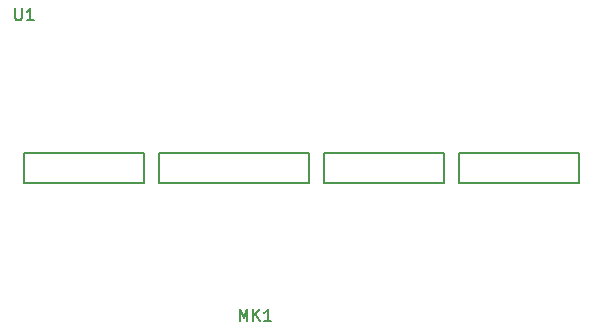
<source format=gbr>
G04 #@! TF.GenerationSoftware,KiCad,Pcbnew,(5.0.0-rc2-dev-586-g888c43477)*
G04 #@! TF.CreationDate,2018-06-03T12:09:18-03:00*
G04 #@! TF.ProjectId,Signal,5369676E616C2E6B696361645F706362,rev?*
G04 #@! TF.SameCoordinates,Original*
G04 #@! TF.FileFunction,Legend,Top*
G04 #@! TF.FilePolarity,Positive*
%FSLAX46Y46*%
G04 Gerber Fmt 4.6, Leading zero omitted, Abs format (unit mm)*
G04 Created by KiCad (PCBNEW (5.0.0-rc2-dev-586-g888c43477)) date 06/03/18 12:09:18*
%MOMM*%
%LPD*%
G01*
G04 APERTURE LIST*
%ADD10C,0.150000*%
G04 APERTURE END LIST*
D10*
X39878000Y-19050000D02*
X39878000Y-21590000D01*
X39878000Y-21590000D02*
X52578000Y-21590000D01*
X52578000Y-21590000D02*
X52578000Y-19304000D01*
X52578000Y-19304000D02*
X52578000Y-19050000D01*
X52578000Y-19050000D02*
X39878000Y-19050000D01*
X38608000Y-19050000D02*
X38608000Y-21590000D01*
X38608000Y-21590000D02*
X28448000Y-21590000D01*
X28448000Y-21590000D02*
X28448000Y-19050000D01*
X28448000Y-19050000D02*
X38608000Y-19050000D01*
X54102000Y-19050000D02*
X53848000Y-19050000D01*
X53848000Y-19050000D02*
X53848000Y-21590000D01*
X53848000Y-21590000D02*
X64008000Y-21590000D01*
X64008000Y-21590000D02*
X64008000Y-19050000D01*
X64008000Y-19050000D02*
X53848000Y-19050000D01*
X65278000Y-19050000D02*
X65278000Y-21590000D01*
X65278000Y-21590000D02*
X75438000Y-21590000D01*
X75438000Y-21590000D02*
X75438000Y-19050000D01*
X75438000Y-19050000D02*
X65278000Y-19050000D01*
X46696476Y-33298380D02*
X46696476Y-32298380D01*
X47029809Y-33012666D01*
X47363142Y-32298380D01*
X47363142Y-33298380D01*
X47839333Y-33298380D02*
X47839333Y-32298380D01*
X48410761Y-33298380D02*
X47982190Y-32726952D01*
X48410761Y-32298380D02*
X47839333Y-32869809D01*
X49363142Y-33298380D02*
X48791714Y-33298380D01*
X49077428Y-33298380D02*
X49077428Y-32298380D01*
X48982190Y-32441238D01*
X48886952Y-32536476D01*
X48791714Y-32584095D01*
X27686095Y-6818380D02*
X27686095Y-7627904D01*
X27733714Y-7723142D01*
X27781333Y-7770761D01*
X27876571Y-7818380D01*
X28067047Y-7818380D01*
X28162285Y-7770761D01*
X28209904Y-7723142D01*
X28257523Y-7627904D01*
X28257523Y-6818380D01*
X29257523Y-7818380D02*
X28686095Y-7818380D01*
X28971809Y-7818380D02*
X28971809Y-6818380D01*
X28876571Y-6961238D01*
X28781333Y-7056476D01*
X28686095Y-7104095D01*
M02*

</source>
